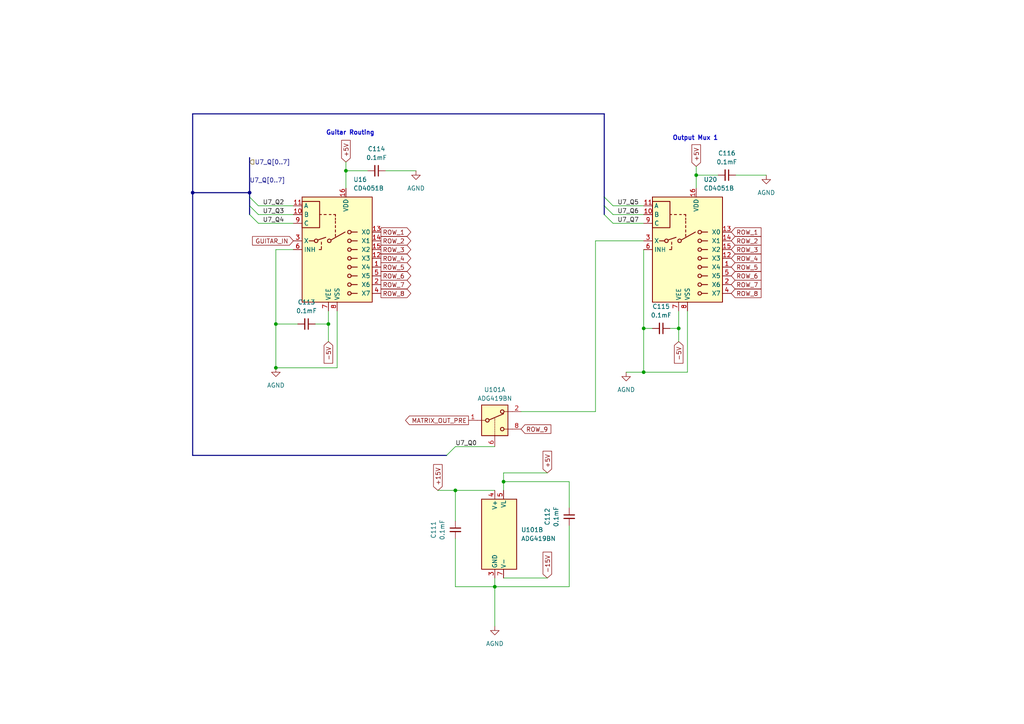
<source format=kicad_sch>
(kicad_sch (version 20250114) (generator "eeschema") (generator_version "9.0")
  (paper "A4")
  (lib_symbols
    (symbol "Analog_Switch:ADG419BN" (pin_names (offset 0.254))
      (property "Reference" "U" (at -3.175 7.493 0))
      (property "Value" "ADG419BN" (at -3.175 5.715 0))
      (symbol "ADG419BN_1_1"
        (polyline (pts (xy -5.08 0) (xy -2.794 0)))
        (rectangle (start -3.81 4.445) (end 3.81 -4.445) (stroke (width 0.254)) (fill (type background)))
        (circle (center -2.159 0) (radius 0.508) (stroke (width 0.254)))
        (polyline (pts (xy -1.651 0.127) (xy 2.54 1.905)) (stroke (width 0.254)))
        (polyline (pts (xy 0 0.254) (xy 0 0.508)))
        (polyline (pts (xy 0 0.254) (xy 0 0.508)))
        (polyline (pts (xy 0 -0.254) (xy 0 0)))
        (polyline (pts (xy 0 -0.762) (xy 0 -0.508)))
        (polyline (pts (xy 0 -1.27) (xy 0 -1.016)))
        (polyline (pts (xy 0 -1.778) (xy 0 -1.524)))
        (polyline (pts (xy 0 -2.286) (xy 0 -2.032)))
        (polyline (pts (xy 0 -2.794) (xy 0 -2.54)))
        (polyline (pts (xy 0 -3.302) (xy 0 -3.048)))
        (polyline (pts (xy 0 -3.81) (xy 0 -3.556)))
        (polyline (pts (xy 0 -4.318) (xy 0 -4.064)))
        (polyline (pts (xy 0 -5.08) (xy 0 -4.572)))
        (circle (center 2.159 2.54) (radius 0.508) (stroke (width 0.254)))
        (circle (center 2.159 -2.54) (radius 0.508) (stroke (width 0.254)))
        (polyline (pts (xy 5.08 2.54) (xy 2.794 2.54)))
        (polyline (pts (xy 5.08 -2.54) (xy 2.794 -2.54)))
        (pin passive line (at -7.62 0 0) (length 2.54) (name "~") (number "1"))
        (pin input line (at 0 -7.62 90) (length 2.54) (name "~") (number "6"))
        (pin passive line (at 7.62 2.54 180) (length 2.54) (name "~") (number "2"))
        (pin passive line (at 7.62 -2.54 180) (length 2.54) (name "~") (number "8"))
      )
      (symbol "ADG419BN_2_0"
        (pin power_in line (at 0 12.7 270) (length 2.54) (name "V+") (number "4"))
        (pin power_in line (at 0 -12.7 90) (length 2.54) (name "GND") (number "3"))
        (pin power_in line (at 2.54 12.7 270) (length 2.54) (name "VL") (number "5"))
        (pin power_in line (at 2.54 -12.7 90) (length 2.54) (name "V-") (number "7"))
      )
      (symbol "ADG419BN_2_1"
        (rectangle (start -3.81 10.16) (end 6.35 -10.16) (stroke (width 0.254)) (fill (type background)))
      )
    )
    (symbol "Analog_Switch:CD4051B"
      (property "Reference" "U" (at -10.16 16.51 0))
      (property "Value" "CD4051B" (at 3.81 16.51 0))
      (symbol "CD4051B_0_1"
        (rectangle (start -10.16 15.24) (end 10.16 -15.24) (stroke (width 0.254)) (fill (type background)))
        (rectangle (start -10.16 6.35) (end -5.08 13.97) (stroke (width 0.254)))
        (polyline (pts (xy -8.128 2.54) (xy -6.604 2.54)) (stroke (width 0.254)))
        (circle (center -6.096 2.54) (radius 0.508) (stroke (width 0.254)))
        (polyline (pts (xy -5.588 2.794) (xy -3.302 3.556)) (stroke (width 0.254)))
        (polyline (pts (xy -4.572 10.16) (xy -5.08 10.16)) (stroke (width 0.254)))
        (polyline (pts (xy -4.572 1.524) (xy -4.572 2.159)) (stroke (width 0.254)))
        (polyline (pts (xy -4.572 0.254) (xy -4.572 0.889)) (stroke (width 0.254)))
        (polyline (pts (xy -4.572 0) (xy -5.207 0)) (stroke (width 0.254)))
        (polyline (pts (xy -3.81 10.16) (xy -3.175 10.16)) (stroke (width 0.254)))
        (circle (center -2.286 2.54) (radius 0.508) (stroke (width 0.254)))
        (polyline (pts (xy -1.778 10.16) (xy -2.286 10.16)) (stroke (width 0.254)))
        (polyline (pts (xy -1.778 2.794) (xy 2.286 5.08)) (stroke (width 0.254)))
        (polyline (pts (xy -0.508 10.16) (xy -1.016 10.16)) (stroke (width 0.254)))
        (polyline (pts (xy -0.508 9.652) (xy -0.508 10.16)) (stroke (width 0.254)))
        (polyline (pts (xy -0.508 8.636) (xy -0.508 9.144)) (stroke (width 0.254)))
        (polyline (pts (xy -0.508 7.62) (xy -0.508 8.255)) (stroke (width 0.254)))
        (polyline (pts (xy -0.508 6.35) (xy -0.508 6.985)) (stroke (width 0.254)))
        (polyline (pts (xy -0.508 5.08) (xy -0.508 5.715)) (stroke (width 0.254)))
        (polyline (pts (xy -0.508 3.81) (xy -0.508 4.445)) (stroke (width 0.254)))
        (circle (center 3.556 5.08) (radius 0.508) (stroke (width 0.254)))
        (circle (center 3.556 2.54) (radius 0.508) (stroke (width 0.254)))
        (circle (center 3.556 0) (radius 0.508) (stroke (width 0.254)))
        (circle (center 3.556 -2.54) (radius 0.508) (stroke (width 0.254)))
        (circle (center 3.556 -5.08) (radius 0.508) (stroke (width 0.254)))
        (circle (center 3.556 -7.62) (radius 0.508) (stroke (width 0.254)))
        (circle (center 3.556 -10.16) (radius 0.508) (stroke (width 0.254)))
        (circle (center 3.556 -12.7) (radius 0.508) (stroke (width 0.254)))
        (polyline (pts (xy 4.064 5.08) (xy 5.842 5.08)) (stroke (width 0.254)))
        (polyline (pts (xy 4.064 2.54) (xy 5.842 2.54)) (stroke (width 0.254)))
        (polyline (pts (xy 4.064 0) (xy 5.842 0)) (stroke (width 0.254)))
        (polyline (pts (xy 4.064 -2.54) (xy 5.842 -2.54)) (stroke (width 0.254)))
        (polyline (pts (xy 4.064 -5.08) (xy 5.842 -5.08)) (stroke (width 0.254)))
        (polyline (pts (xy 4.064 -7.62) (xy 5.842 -7.62)) (stroke (width 0.254)))
        (polyline (pts (xy 4.064 -10.16) (xy 5.842 -10.16)) (stroke (width 0.254)))
        (polyline (pts (xy 4.064 -12.7) (xy 5.842 -12.7)) (stroke (width 0.254)))
      )
      (symbol "CD4051B_1_1"
        (pin input line (at -12.7 12.7 0) (length 2.54) (name "A") (number "11"))
        (pin input line (at -12.7 10.16 0) (length 2.54) (name "B") (number "10"))
        (pin input line (at -12.7 7.62 0) (length 2.54) (name "C") (number "9"))
        (pin bidirectional line (at -12.7 2.54 0) (length 2.54) (name "X") (number "3"))
        (pin input line (at -12.7 0 0) (length 2.54) (name "INH") (number "6"))
        (pin power_in line (at -2.54 -17.78 90) (length 2.54) (name "VEE") (number "7"))
        (pin power_in line (at 0 -17.78 90) (length 2.54) (name "VSS") (number "8"))
        (pin power_in line (at 2.54 17.78 270) (length 2.54) (name "VDD") (number "16"))
        (pin bidirectional line (at 12.7 5.08 180) (length 2.54) (name "X0") (number "13"))
        (pin bidirectional line (at 12.7 2.54 180) (length 2.54) (name "X1") (number "14"))
        (pin bidirectional line (at 12.7 0 180) (length 2.54) (name "X2") (number "15"))
        (pin bidirectional line (at 12.7 -2.54 180) (length 2.54) (name "X3") (number "12"))
        (pin bidirectional line (at 12.7 -5.08 180) (length 2.54) (name "X4") (number "1"))
        (pin bidirectional line (at 12.7 -7.62 180) (length 2.54) (name "X5") (number "5"))
        (pin bidirectional line (at 12.7 -10.16 180) (length 2.54) (name "X6") (number "2"))
        (pin bidirectional line (at 12.7 -12.7 180) (length 2.54) (name "X7") (number "4"))
      )
    )
    (symbol "Device:C_Small" (pin_numbers (hide yes)) (pin_names (offset 0.254) (hide yes))
      (property "Reference" "C" (at 0.254 1.778 0))
      (property "Value" "C_Small" (at 0.254 -2.032 0))
      (symbol "C_Small_0_1"
        (polyline (pts (xy -1.524 0.508) (xy 1.524 0.508)) (stroke (width 0.3048)))
        (polyline (pts (xy -1.524 -0.508) (xy 1.524 -0.508)) (stroke (width 0.3302)))
      )
      (symbol "C_Small_1_1"
        (pin passive line (at 0 2.54 270) (length 2.032) (name "~") (number "1"))
        (pin passive line (at 0 -2.54 90) (length 2.032) (name "~") (number "2"))
      )
    )
    (symbol "power:GND" (power) (pin_numbers (hide yes)) (pin_names (offset 0) (hide yes))
      (property "Value" "GND" (at 0 -3.81 0))
      (symbol "GND_0_1"
        (polyline (pts (xy 0 0) (xy 0 -1.27) (xy 1.27 -1.27) (xy 0 -2.54) (xy -1.27 -1.27) (xy 0 -1.27)))
      )
      (symbol "GND_1_1"
        (pin power_in line (at 0 0 270) (length 0) (name "~") (number "1"))
      )
    )
  )
  (text "Output Mux 1" (at 201.676 40.132 0) (effects (font (size 1.27 1.27) (thickness 0.254) (bold yes))))
  (text "Guitar Routing" (at 101.6 38.608 0) (effects (font (size 1.27 1.27) (thickness 0.254) (bold yes))))
  (junction (at 143.51 170.18))
  (junction (at 55.88 55.88))
  (junction (at 186.69 95.25))
  (junction (at 146.05 139.7))
  (junction (at 80.01 93.98))
  (junction (at 80.01 106.68))
  (junction (at 100.33 49.53))
  (junction (at 95.25 93.98))
  (junction (at 201.93 50.8))
  (junction (at 72.39 55.88))
  (junction (at 132.08 142.24))
  (junction (at 196.85 95.25))
  (junction (at 186.69 107.95))
  (bus_entry (at 175.26 62.23) (size 2.54 2.54))
  (bus_entry (at 129.54 132.08) (size 2.54 -2.54))
  (bus_entry (at 175.26 59.69) (size 2.54 2.54))
  (bus_entry (at 72.39 59.69) (size 2.54 2.54))
  (bus_entry (at 72.39 62.23) (size 2.54 2.54))
  (bus_entry (at 72.39 57.15) (size 2.54 2.54))
  (bus_entry (at 175.26 57.15) (size 2.54 2.54))
  (wire (pts (xy 143.51 170.18) (xy 143.51 181.61)))
  (wire (pts (xy 146.05 137.16) (xy 146.05 139.7)))
  (wire (pts (xy 97.79 90.17) (xy 97.79 106.68)))
  (wire (pts (xy 95.25 99.06) (xy 95.25 93.98)))
  (wire (pts (xy 172.72 69.85) (xy 172.72 119.38)))
  (wire (pts (xy 186.69 95.25) (xy 189.23 95.25)))
  (wire (pts (xy 165.1 152.4) (xy 165.1 170.18)))
  (wire (pts (xy 132.08 142.24) (xy 143.51 142.24)))
  (wire (pts (xy 172.72 119.38) (xy 151.13 119.38)))
  (wire (pts (xy 186.69 107.95) (xy 199.39 107.95)))
  (wire (pts (xy 111.76 49.53) (xy 120.65 49.53)))
  (bus (pts (xy 55.88 55.88) (xy 55.88 132.08)))
  (bus (pts (xy 175.26 59.69) (xy 175.26 62.23)))
  (bus (pts (xy 72.39 55.88) (xy 72.39 57.15)))
  (wire (pts (xy 146.05 139.7) (xy 146.05 142.24)))
  (wire (pts (xy 100.33 49.53) (xy 100.33 54.61)))
  (wire (pts (xy 201.93 48.26) (xy 201.93 50.8)))
  (wire (pts (xy 165.1 139.7) (xy 146.05 139.7)))
  (wire (pts (xy 132.08 170.18) (xy 143.51 170.18)))
  (wire (pts (xy 85.09 72.39) (xy 80.01 72.39)))
  (bus (pts (xy 55.88 33.02) (xy 55.88 55.88)))
  (wire (pts (xy 132.08 129.54) (xy 143.51 129.54)))
  (wire (pts (xy 196.85 95.25) (xy 196.85 90.17)))
  (wire (pts (xy 201.93 50.8) (xy 201.93 54.61)))
  (wire (pts (xy 213.36 50.8) (xy 222.25 50.8)))
  (wire (pts (xy 186.69 69.85) (xy 172.72 69.85)))
  (wire (pts (xy 143.51 167.64) (xy 143.51 170.18)))
  (wire (pts (xy 80.01 93.98) (xy 86.36 93.98)))
  (bus (pts (xy 55.88 33.02) (xy 175.26 33.02)))
  (wire (pts (xy 186.69 95.25) (xy 186.69 107.95)))
  (bus (pts (xy 72.39 45.72) (xy 72.39 55.88)))
  (wire (pts (xy 100.33 49.53) (xy 106.68 49.53)))
  (wire (pts (xy 95.25 93.98) (xy 95.25 90.17)))
  (wire (pts (xy 186.69 72.39) (xy 186.69 95.25)))
  (wire (pts (xy 127 142.24) (xy 132.08 142.24)))
  (wire (pts (xy 80.01 93.98) (xy 80.01 106.68)))
  (bus (pts (xy 72.39 59.69) (xy 72.39 62.23)))
  (bus (pts (xy 175.26 33.02) (xy 175.26 57.15)))
  (wire (pts (xy 177.8 59.69) (xy 186.69 59.69)))
  (bus (pts (xy 175.26 57.15) (xy 175.26 59.69)))
  (wire (pts (xy 196.85 99.06) (xy 196.85 95.25)))
  (wire (pts (xy 100.33 46.99) (xy 100.33 49.53)))
  (wire (pts (xy 74.93 59.69) (xy 85.09 59.69)))
  (wire (pts (xy 165.1 147.32) (xy 165.1 139.7)))
  (wire (pts (xy 199.39 90.17) (xy 199.39 107.95)))
  (bus (pts (xy 129.54 132.08) (xy 55.88 132.08)))
  (wire (pts (xy 181.61 107.95) (xy 186.69 107.95)))
  (wire (pts (xy 132.08 156.21) (xy 132.08 170.18)))
  (wire (pts (xy 177.8 64.77) (xy 186.69 64.77)))
  (wire (pts (xy 177.8 62.23) (xy 186.69 62.23)))
  (bus (pts (xy 72.39 57.15) (xy 72.39 59.69)))
  (wire (pts (xy 97.79 106.68) (xy 80.01 106.68)))
  (wire (pts (xy 158.75 167.64) (xy 146.05 167.64)))
  (wire (pts (xy 74.93 64.77) (xy 85.09 64.77)))
  (wire (pts (xy 80.01 72.39) (xy 80.01 93.98)))
  (wire (pts (xy 91.44 93.98) (xy 95.25 93.98)))
  (wire (pts (xy 74.93 62.23) (xy 85.09 62.23)))
  (wire (pts (xy 158.75 137.16) (xy 146.05 137.16)))
  (wire (pts (xy 165.1 170.18) (xy 143.51 170.18)))
  (wire (pts (xy 194.31 95.25) (xy 196.85 95.25)))
  (wire (pts (xy 201.93 50.8) (xy 208.28 50.8)))
  (bus (pts (xy 55.88 55.88) (xy 72.39 55.88)))
  (wire (pts (xy 132.08 142.24) (xy 132.08 151.13)))
  (label "U7_Q3" (at 76.2 62.23 0))
  (label "U7_Q6" (at 179.07 62.23 0))
  (label "U7_Q0" (at 132.08 129.54 0))
  (label "U7_Q5" (at 179.07 59.69 0))
  (label "U7_Q7" (at 179.07 64.77 0))
  (label "U7_Q4" (at 76.2 64.77 0))
  (label "U7_Q[0..7]" (at 72.39 53.34 0))
  (label "U7_Q2" (at 76.2 59.69 0))
  (global_label "GUITAR_IN" (shape input) (at 85.09 69.85 180) (property "Intersheetrefs" "${INTERSHEET_REFS}" (effects (hide yes))))
  (global_label "ROW_6" (shape output) (at 110.49 80.01 0) (property "Intersheetrefs" "${INTERSHEET_REFS}" (effects (hide yes))))
  (global_label "ROW_7" (shape input) (at 212.09 82.55 0) (property "Intersheetrefs" "${INTERSHEET_REFS}" (effects (hide yes))))
  (global_label "+5V" (shape input) (at 158.75 137.16 90) (property "Intersheetrefs" "${INTERSHEET_REFS}" (effects (hide yes))))
  (global_label "ROW_3" (shape input) (at 212.09 72.39 0) (property "Intersheetrefs" "${INTERSHEET_REFS}" (effects (hide yes))))
  (global_label "-5V" (shape input) (at 95.25 99.06 270) (property "Intersheetrefs" "${INTERSHEET_REFS}" (effects (hide yes))))
  (global_label "ROW_3" (shape output) (at 110.49 72.39 0) (property "Intersheetrefs" "${INTERSHEET_REFS}" (effects (hide yes))))
  (global_label "ROW_7" (shape output) (at 110.49 82.55 0) (property "Intersheetrefs" "${INTERSHEET_REFS}" (effects (hide yes))))
  (global_label "ROW_8" (shape input) (at 212.09 85.09 0) (property "Intersheetrefs" "${INTERSHEET_REFS}" (effects (hide yes))))
  (global_label "-5V" (shape input) (at 196.85 99.06 270) (property "Intersheetrefs" "${INTERSHEET_REFS}" (effects (hide yes))))
  (global_label "ROW_6" (shape input) (at 212.09 80.01 0) (property "Intersheetrefs" "${INTERSHEET_REFS}" (effects (hide yes))))
  (global_label "ROW_9" (shape input) (at 151.13 124.46 0) (property "Intersheetrefs" "${INTERSHEET_REFS}" (effects (hide yes))))
  (global_label "ROW_4" (shape output) (at 110.49 74.93 0) (property "Intersheetrefs" "${INTERSHEET_REFS}" (effects (hide yes))))
  (global_label "+5V" (shape input) (at 201.93 48.26 90) (property "Intersheetrefs" "${INTERSHEET_REFS}" (effects (hide yes))))
  (global_label "ROW_5" (shape input) (at 212.09 77.47 0) (property "Intersheetrefs" "${INTERSHEET_REFS}" (effects (hide yes))))
  (global_label "MATRIX_OUT_PRE" (shape output) (at 135.89 121.92 180) (property "Intersheetrefs" "${INTERSHEET_REFS}" (effects (hide yes))))
  (global_label "ROW_1" (shape input) (at 212.09 67.31 0) (property "Intersheetrefs" "${INTERSHEET_REFS}" (effects (hide yes))))
  (global_label "ROW_8" (shape output) (at 110.49 85.09 0) (property "Intersheetrefs" "${INTERSHEET_REFS}" (effects (hide yes))))
  (global_label "ROW_2" (shape input) (at 212.09 69.85 0) (property "Intersheetrefs" "${INTERSHEET_REFS}" (effects (hide yes))))
  (global_label "ROW_1" (shape output) (at 110.49 67.31 0) (property "Intersheetrefs" "${INTERSHEET_REFS}" (effects (hide yes))))
  (global_label "+15V" (shape input) (at 127 142.24 90) (property "Intersheetrefs" "${INTERSHEET_REFS}" (effects (hide yes))))
  (global_label "ROW_2" (shape output) (at 110.49 69.85 0) (property "Intersheetrefs" "${INTERSHEET_REFS}" (effects (hide yes))))
  (global_label "ROW_5" (shape output) (at 110.49 77.47 0) (property "Intersheetrefs" "${INTERSHEET_REFS}" (effects (hide yes))))
  (global_label "-15V" (shape input) (at 158.75 167.64 90) (property "Intersheetrefs" "${INTERSHEET_REFS}" (effects (hide yes))))
  (global_label "ROW_4" (shape input) (at 212.09 74.93 0) (property "Intersheetrefs" "${INTERSHEET_REFS}" (effects (hide yes))))
  (global_label "+5V" (shape input) (at 100.33 46.99 90) (property "Intersheetrefs" "${INTERSHEET_REFS}" (effects (hide yes))))
  (hierarchical_label "U7_Q[0..7]" (shape input) (at 72.39 46.99 0))
  (symbol (lib_id "Device:C_Small") (at 132.08 153.67 0) (unit 1)
    (property "Reference" "C111" (at 125.73 153.6764 90))
    (property "Value" "0.1mF" (at 128.27 153.6764 90))
    (property "Footprint" "Capacitor_THT:C_Axial_L3.8mm_D2.6mm_P7.50mm_Horizontal" (effects (hide yes)))
    (property "Description" "Unpolarized capacitor, small symbol" (effects (hide yes)))
  )
  (symbol (lib_id "Analog_Switch:ADG419BN") (at 143.51 121.92 0) (unit 1)
    (property "Reference" "U101" (at 143.51 113.03 0))
    (property "Value" "ADG419BN" (at 143.51 115.57 0))
    (property "Footprint" "Package_DIP:DIP-8_W7.62mm" (effects (hide yes)))
    (property "Datasheet" "https://www.analog.com/media/en/technical-documentation/data-sheets/ADG419.pdf" (effects (hide yes)))
    (property "Description" "Single SPDT Monolithic LC²MOS Analog Switch, 25Ohm Ron, DIP-8" (effects (hide yes)))
  )
  (symbol (lib_id "Analog_Switch:ADG419BN") (at 143.51 154.94 0) (unit 2)
    (property "Reference" "U101" (at 151.13 153.6699 0) (effects (justify left)))
    (property "Value" "ADG419BN" (at 151.13 156.2099 0) (effects (justify left)))
    (property "Footprint" "Package_DIP:DIP-8_W7.62mm" (effects (hide yes)))
    (property "Datasheet" "https://www.analog.com/media/en/technical-documentation/data-sheets/ADG419.pdf" (effects (hide yes)))
    (property "Description" "Single SPDT Monolithic LC²MOS Analog Switch, 25Ohm Ron, DIP-8" (effects (hide yes)))
  )
  (symbol (lib_id "power:GND") (at 222.25 50.8 0) (unit 1)
    (property "Reference" "#PWR0405" (effects (hide yes)))
    (property "Value" "AGND" (at 222.25 55.88 0))
    (property "Description" "Power symbol creates a global label with name \"GND\" , ground" (effects (hide yes)))
  )
  (symbol (lib_id "Device:C_Small") (at 109.22 49.53 270) (unit 1)
    (property "Reference" "C114" (at 109.2136 43.18 90))
    (property "Value" "0.1mF" (at 109.2136 45.72 90))
    (property "Footprint" "Capacitor_THT:C_Axial_L3.8mm_D2.6mm_P7.50mm_Horizontal" (effects (hide yes)))
    (property "Description" "Unpolarized capacitor, small symbol" (effects (hide yes)))
  )
  (symbol (lib_id "power:GND") (at 143.51 181.61 0) (unit 1)
    (property "Reference" "#PWR0404" (effects (hide yes)))
    (property "Value" "AGND" (at 143.51 186.69 0))
    (property "Description" "Power symbol creates a global label with name \"GND\" , ground" (effects (hide yes)))
  )
  (symbol (lib_id "Device:C_Small") (at 191.77 95.25 270) (unit 1)
    (property "Reference" "C115" (at 191.7636 88.9 90))
    (property "Value" "0.1mF" (at 191.7636 91.44 90))
    (property "Footprint" "Capacitor_THT:C_Axial_L3.8mm_D2.6mm_P7.50mm_Horizontal" (effects (hide yes)))
    (property "Description" "Unpolarized capacitor, small symbol" (effects (hide yes)))
  )
  (symbol (lib_id "power:GND") (at 80.01 106.68 0) (unit 1)
    (property "Reference" "#PWR0401" (effects (hide yes)))
    (property "Value" "AGND" (at 80.01 111.76 0))
    (property "Description" "Power symbol creates a global label with name \"GND\" , ground" (effects (hide yes)))
  )
  (symbol (lib_id "Device:C_Small") (at 88.9 93.98 270) (unit 1)
    (property "Reference" "C113" (at 88.8936 87.63 90))
    (property "Value" "0.1mF" (at 88.8936 90.17 90))
    (property "Footprint" "Capacitor_THT:C_Axial_L3.8mm_D2.6mm_P7.50mm_Horizontal" (effects (hide yes)))
    (property "Description" "Unpolarized capacitor, small symbol" (effects (hide yes)))
  )
  (symbol (lib_id "Analog_Switch:CD4051B") (at 97.79 72.39 0) (unit 1)
    (property "Reference" "U16" (at 102.4733 52.07 0) (effects (justify left)))
    (property "Value" "CD4051B" (at 102.4733 54.61 0) (effects (justify left)))
    (property "Footprint" "Package_DIP:CERDIP-16_W7.62mm_SideBrazed" (effects (hide yes)))
    (property "Datasheet" "http://www.ti.com/lit/ds/symlink/cd4052b.pdf" (effects (hide yes)))
    (property "Description" "CMOS single 8-channel analog multiplexer demultiplexer, TSSOP-16/DIP-16/SOIC-16" (effects (hide yes)))
  )
  (symbol (lib_id "Device:C_Small") (at 210.82 50.8 270) (unit 1)
    (property "Reference" "C116" (at 210.8136 44.45 90))
    (property "Value" "0.1mF" (at 210.8136 46.99 90))
    (property "Footprint" "Capacitor_THT:C_Axial_L3.8mm_D2.6mm_P7.50mm_Horizontal" (effects (hide yes)))
    (property "Description" "Unpolarized capacitor, small symbol" (effects (hide yes)))
  )
  (symbol (lib_id "Analog_Switch:CD4051B") (at 199.39 72.39 0) (unit 1)
    (property "Reference" "U20" (at 204.0733 52.07 0) (effects (justify left)))
    (property "Value" "CD4051B" (at 204.0733 54.61 0) (effects (justify left)))
    (property "Footprint" "Package_DIP:CERDIP-16_W7.62mm_SideBrazed" (effects (hide yes)))
    (property "Datasheet" "http://www.ti.com/lit/ds/symlink/cd4052b.pdf" (effects (hide yes)))
    (property "Description" "CMOS single 8-channel analog multiplexer demultiplexer, TSSOP-16/DIP-16/SOIC-16" (effects (hide yes)))
  )
  (symbol (lib_id "power:GND") (at 181.61 107.95 0) (unit 1)
    (property "Reference" "#PWR0402" (effects (hide yes)))
    (property "Value" "AGND" (at 181.61 113.03 0))
    (property "Description" "Power symbol creates a global label with name \"GND\" , ground" (effects (hide yes)))
  )
  (symbol (lib_id "Device:C_Small") (at 165.1 149.86 0) (unit 1)
    (property "Reference" "C112" (at 158.75 149.8664 90))
    (property "Value" "0.1mF" (at 161.29 149.8664 90))
    (property "Footprint" "Capacitor_THT:C_Axial_L3.8mm_D2.6mm_P7.50mm_Horizontal" (effects (hide yes)))
    (property "Description" "Unpolarized capacitor, small symbol" (effects (hide yes)))
  )
  (symbol (lib_id "power:GND") (at 120.65 49.53 0) (unit 1)
    (property "Reference" "#PWR0403" (effects (hide yes)))
    (property "Value" "AGND" (at 120.65 54.61 0))
    (property "Description" "Power symbol creates a global label with name \"GND\" , ground" (effects (hide yes)))
  )
)
</source>
